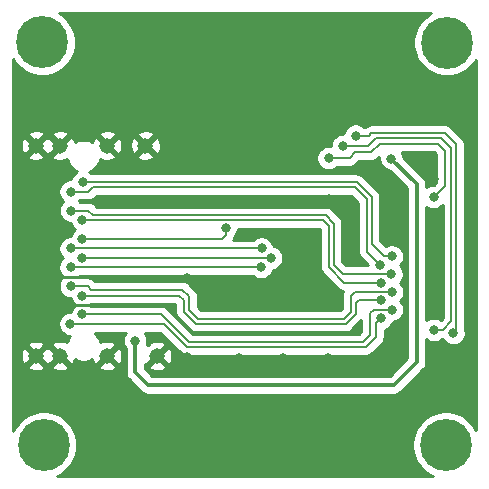
<source format=gbr>
%TF.GenerationSoftware,KiCad,Pcbnew,5.1.10-88a1d61d58~88~ubuntu18.04.1*%
%TF.CreationDate,2021-08-07T17:00:25+07:00*%
%TF.ProjectId,MX8Mx_EVK_MIPI_CSI-TEKNIQUE_OCLEA_OS08A20-ADAPTER,4d58384d-785f-4455-964b-5f4d4950495f,rev?*%
%TF.SameCoordinates,Original*%
%TF.FileFunction,Copper,L2,Bot*%
%TF.FilePolarity,Positive*%
%FSLAX46Y46*%
G04 Gerber Fmt 4.6, Leading zero omitted, Abs format (unit mm)*
G04 Created by KiCad (PCBNEW 5.1.10-88a1d61d58~88~ubuntu18.04.1) date 2021-08-07 17:00:25*
%MOMM*%
%LPD*%
G01*
G04 APERTURE LIST*
%TA.AperFunction,ComponentPad*%
%ADD10C,4.400000*%
%TD*%
%TA.AperFunction,ComponentPad*%
%ADD11C,1.308000*%
%TD*%
%TA.AperFunction,ViaPad*%
%ADD12C,0.800000*%
%TD*%
%TA.AperFunction,Conductor*%
%ADD13C,0.250000*%
%TD*%
%TA.AperFunction,Conductor*%
%ADD14C,0.200000*%
%TD*%
%TA.AperFunction,Conductor*%
%ADD15C,0.350000*%
%TD*%
%TA.AperFunction,Conductor*%
%ADD16C,0.254000*%
%TD*%
%TA.AperFunction,Conductor*%
%ADD17C,0.100000*%
%TD*%
G04 APERTURE END LIST*
D10*
%TO.P,H4,1*%
%TO.N,N/C*%
X139646660Y-79181960D03*
%TD*%
%TO.P,H3,1*%
%TO.N,N/C*%
X139552680Y-113235740D03*
%TD*%
%TO.P,H2,1*%
%TO.N,N/C*%
X105514140Y-113238280D03*
%TD*%
%TO.P,H1,1*%
%TO.N,N/C*%
X105389680Y-79164180D03*
%TD*%
D11*
%TO.P,J1,S1*%
%TO.N,GND*%
X114119400Y-87893500D03*
%TO.P,J1,S2*%
X110879400Y-87893500D03*
%TO.P,J1,S3*%
X106879400Y-87893500D03*
%TO.P,J1,S4*%
X104849400Y-87893500D03*
%TO.P,J1,S5*%
X115119400Y-105693500D03*
%TO.P,J1,S6*%
X110879400Y-105693500D03*
%TO.P,J1,S7*%
X106879400Y-105693500D03*
%TO.P,J1,S8*%
X104849400Y-105693500D03*
%TD*%
D12*
%TO.N,GND*%
X104129840Y-95011240D03*
X104140000Y-92608400D03*
X104109520Y-99024440D03*
X104091740Y-103794560D03*
X104140000Y-90703400D03*
X104096820Y-101396800D03*
X124536200Y-89052400D03*
X117652800Y-89052400D03*
X115671600Y-89789000D03*
X125831600Y-99072700D03*
X129628900Y-92430600D03*
X138546840Y-90754200D03*
X138630660Y-99783900D03*
X138572240Y-96784160D03*
X138602720Y-98277680D03*
X138617960Y-101279960D03*
X117690900Y-92583000D03*
X117614700Y-99072700D03*
X125768100Y-105918000D03*
X129565400Y-105905300D03*
X117716300Y-83553300D03*
X122110500Y-83527900D03*
X122008900Y-105879900D03*
X125755400Y-83540600D03*
X129590800Y-83540600D03*
X133388100Y-83540600D03*
X133578600Y-105892600D03*
X117678200Y-105803700D03*
X132105400Y-103479600D03*
X129527300Y-101536500D03*
X122008900Y-101561900D03*
%TO.N,/CSI_DN0__SD_LVDS0_N*%
X134975600Y-97282000D03*
X108839400Y-90993500D03*
%TO.N,/CSI_DP0__SD_LVDS0_P*%
X134002780Y-98010980D03*
X107789400Y-91793500D03*
%TO.N,/CSI_DN1__SD_LVDS1_N*%
X134950200Y-98780600D03*
X107820460Y-93395800D03*
%TO.N,/CSI_DP1__SD_LVDS1_P*%
X134030720Y-99509580D03*
X108789400Y-94193500D03*
%TO.N,/CSI_nRST_1V8*%
X123957080Y-96593660D03*
X107789400Y-96593500D03*
%TO.N,/I2C_SDA_1V8*%
X124752100Y-97393760D03*
X108789400Y-97393500D03*
%TO.N,/I2C_SCL_1V8*%
X123916440Y-98176080D03*
X107789400Y-98193500D03*
%TO.N,/CSI_DN2__SD_LVDS2_N*%
X134975600Y-100279200D03*
X107797600Y-99794060D03*
%TO.N,/CSI_DP2__SD_LVDS2_P*%
X134053580Y-101013260D03*
X108789400Y-100593500D03*
%TO.N,/CSI_DN3__SD_LVDS3_N*%
X134975600Y-101777800D03*
X108789400Y-102193500D03*
%TO.N,/CSI_DP3__SD_LVDS3_P*%
X134048500Y-102511860D03*
X107772200Y-102997000D03*
%TO.N,/CSI_CLK_N__SPCLK_LVDS0_N*%
X138551920Y-103489760D03*
X130825240Y-87939880D03*
%TO.N,/CSI_CLK_P__SPCLK_LVDS0_P*%
X140187680Y-103784400D03*
X131907280Y-87045800D03*
%TO.N,+5V*%
X134937500Y-89001600D03*
X113253520Y-104404160D03*
%TO.N,/CLK_SI_3V3*%
X129626360Y-88950800D03*
X138516360Y-92232480D03*
%TO.N,/CSI_MCLK_1V8*%
X120904000Y-94907100D03*
X108789400Y-95793500D03*
%TD*%
D13*
%TO.N,GND*%
X129525100Y-92593500D02*
X129578100Y-92646500D01*
X117794700Y-92593500D02*
X129525100Y-92593500D01*
X115671600Y-89445700D02*
X115671600Y-89789000D01*
X114119400Y-87893500D02*
X115671600Y-89445700D01*
X104140760Y-101393500D02*
X104096820Y-101437440D01*
X107789400Y-101393500D02*
X104100120Y-101393500D01*
X115312700Y-101393500D02*
X107789400Y-101393500D01*
X118148100Y-103797100D02*
X131445000Y-103797100D01*
X115744500Y-101393500D02*
X118148100Y-103797100D01*
X104100120Y-101393500D02*
X104096820Y-101396800D01*
X115744500Y-101393500D02*
X104100120Y-101393500D01*
X131445000Y-103797100D02*
X131724400Y-103517700D01*
X117642640Y-99024440D02*
X117741700Y-99123500D01*
X104109520Y-99024440D02*
X117642640Y-99024440D01*
D14*
%TO.N,/CSI_DN0__SD_LVDS0_N*%
X133280110Y-92277611D02*
X131995999Y-90993500D01*
X131995999Y-90993500D02*
X108839400Y-90993500D01*
X134315120Y-97282000D02*
X133280110Y-96246990D01*
X134975600Y-97282000D02*
X134315120Y-97282000D01*
X133280110Y-96246990D02*
X133280110Y-92277611D01*
%TO.N,/CSI_DP0__SD_LVDS0_P*%
X109298300Y-91793500D02*
X109698290Y-91393510D01*
X107789400Y-91793500D02*
X109298300Y-91793500D01*
X109698290Y-91393510D02*
X131830310Y-91393510D01*
X131830310Y-91393510D02*
X132880100Y-92443300D01*
X132880100Y-96888300D02*
X132880100Y-96748600D01*
X134002780Y-98010980D02*
X132880100Y-96888300D01*
X132880100Y-92443300D02*
X132880100Y-96748600D01*
%TO.N,/CSI_DN1__SD_LVDS1_N*%
X109693890Y-93793490D02*
X109296200Y-93395800D01*
X129391590Y-93793490D02*
X109693890Y-93793490D01*
X130022600Y-94455701D02*
X130022600Y-94424500D01*
X109296200Y-93395800D02*
X107820460Y-93395800D01*
X130022600Y-94424500D02*
X129391590Y-93793490D01*
X130067010Y-94500111D02*
X130022600Y-94455701D01*
X130809920Y-98780600D02*
X130067010Y-98037690D01*
X134950200Y-98780600D02*
X130809920Y-98780600D01*
X130067010Y-98037690D02*
X130067010Y-94500111D01*
%TO.N,/CSI_DP1__SD_LVDS1_P*%
X129194700Y-94193500D02*
X108789400Y-94193500D01*
X129667000Y-94665800D02*
X129194700Y-94193500D01*
X129667000Y-98203379D02*
X129667000Y-94665800D01*
X134030720Y-99509580D02*
X130973201Y-99509580D01*
X130973201Y-99509580D02*
X129667000Y-98203379D01*
D13*
%TO.N,/CSI_nRST_1V8*%
X107839400Y-96643500D02*
X107789400Y-96593500D01*
D14*
X123956920Y-96593500D02*
X123957080Y-96593660D01*
X107789400Y-96593500D02*
X123956920Y-96593500D01*
%TO.N,/I2C_SDA_1V8*%
X108789400Y-97393500D02*
X124739660Y-97393500D01*
%TO.N,/I2C_SCL_1V8*%
X107789760Y-98193860D02*
X107789400Y-98193500D01*
X107789400Y-98193500D02*
X123815200Y-98193500D01*
%TO.N,/CSI_DN2__SD_LVDS2_N*%
X130934099Y-102568101D02*
X131483100Y-102019100D01*
X118538899Y-102568101D02*
X130934099Y-102568101D01*
X107797600Y-99794060D02*
X109242860Y-99794060D01*
X117814999Y-100644599D02*
X117814999Y-101844201D01*
X131483100Y-100647500D02*
X131851400Y-100279200D01*
X109242860Y-99794060D02*
X109533459Y-100084659D01*
X117255059Y-100084659D02*
X117814999Y-100644599D01*
X131851400Y-100279200D02*
X134975600Y-100279200D01*
X131483100Y-102019100D02*
X131483100Y-100647500D01*
X109533459Y-100084659D02*
X117255059Y-100084659D01*
X117814999Y-101844201D02*
X118538899Y-102568101D01*
%TO.N,/CSI_DP2__SD_LVDS2_P*%
X131946690Y-101250710D02*
X132184140Y-101013260D01*
X131946690Y-102121208D02*
X131946690Y-101250710D01*
X131099788Y-102968111D02*
X131946690Y-102121208D01*
X117373400Y-101968300D02*
X118373211Y-102968111D01*
X132184140Y-101013260D02*
X134053580Y-101013260D01*
X116989200Y-100593500D02*
X117373400Y-100977700D01*
X118373211Y-102968111D02*
X131099788Y-102968111D01*
X117373400Y-100977700D02*
X117373400Y-101968300D01*
X108789400Y-100593500D02*
X116989200Y-100593500D01*
%TO.N,/CSI_DN3__SD_LVDS3_N*%
X133464300Y-101777800D02*
X134975600Y-101777800D01*
X133146800Y-103936800D02*
X132518110Y-104565490D01*
X133146800Y-102095300D02*
X133464300Y-101777800D01*
X133146800Y-102095300D02*
X133146800Y-103936800D01*
X115459198Y-102193500D02*
X108789400Y-102193500D01*
X117831188Y-104565490D02*
X115459198Y-102193500D01*
X132518110Y-104565490D02*
X117831188Y-104565490D01*
%TO.N,/CSI_DP3__SD_LVDS3_P*%
X133634480Y-102925880D02*
X133634480Y-104134920D01*
X133634480Y-102925880D02*
X134048500Y-102511860D01*
X133634480Y-104134920D02*
X132803900Y-104965500D01*
X132803900Y-104965500D02*
X117665500Y-104965500D01*
X115697000Y-102997000D02*
X115646200Y-102997000D01*
X117665500Y-104965500D02*
X115697000Y-102997000D01*
X107772200Y-102997000D02*
X115646200Y-102997000D01*
%TO.N,/CSI_CLK_N__SPCLK_LVDS0_N*%
X132923280Y-87939880D02*
X130825240Y-87939880D01*
X139298680Y-103489760D02*
X140014960Y-102773480D01*
X133629400Y-87233760D02*
X132923280Y-87939880D01*
X138551920Y-103489760D02*
X139298680Y-103489760D01*
X140014960Y-102773480D02*
X140014960Y-88061800D01*
X140014960Y-88061800D02*
X139186920Y-87233760D01*
X139186920Y-87233760D02*
X133629400Y-87233760D01*
%TO.N,/CSI_CLK_P__SPCLK_LVDS0_P*%
X133259870Y-86833750D02*
X133047820Y-87045800D01*
X140414970Y-87786170D02*
X139462550Y-86833750D01*
X133047820Y-87045800D02*
X131907280Y-87045800D01*
X139462550Y-86833750D02*
X133259870Y-86833750D01*
X140187680Y-103784400D02*
X140414970Y-103557110D01*
X140414970Y-103557110D02*
X140414970Y-87786170D01*
D15*
%TO.N,+5V*%
X137083800Y-106250740D02*
X135130540Y-108204000D01*
X137083800Y-91147900D02*
X137083800Y-106250740D01*
X137083800Y-91147900D02*
X134937500Y-89001600D01*
X113253520Y-107096560D02*
X114360960Y-108204000D01*
X113253520Y-104404160D02*
X113253520Y-107096560D01*
X114360960Y-108204000D02*
X135130540Y-108204000D01*
D14*
%TO.N,/CLK_SI_3V3*%
X139471400Y-91277440D02*
X138516360Y-92232480D01*
X133964680Y-87741760D02*
X138892280Y-87741760D01*
X131902200Y-88468200D02*
X133238240Y-88468200D01*
X129626360Y-88950800D02*
X131419600Y-88950800D01*
X133238240Y-88468200D02*
X133964680Y-87741760D01*
X139471400Y-88320880D02*
X139471400Y-91277440D01*
X131419600Y-88950800D02*
X131902200Y-88468200D01*
X138892280Y-87741760D02*
X139471400Y-88320880D01*
%TO.N,/CSI_MCLK_1V8*%
X120904000Y-95504000D02*
X120904000Y-94907100D01*
X108789400Y-95793500D02*
X120614500Y-95793500D01*
X120614500Y-95793500D02*
X120904000Y-95504000D01*
%TD*%
D16*
%TO.N,GND*%
X138262444Y-76697239D02*
X137839453Y-76979872D01*
X137444572Y-77374753D01*
X137134316Y-77839084D01*
X136920608Y-78355021D01*
X136811660Y-78902737D01*
X136811660Y-79461183D01*
X136920608Y-80008899D01*
X137134316Y-80524836D01*
X137444572Y-80989167D01*
X137839453Y-81384048D01*
X138303784Y-81694304D01*
X138819721Y-81908012D01*
X139367437Y-82016960D01*
X139925883Y-82016960D01*
X140473599Y-81908012D01*
X140989536Y-81694304D01*
X141453867Y-81384048D01*
X141848748Y-80989167D01*
X142088000Y-80631101D01*
X142088001Y-111948335D01*
X142065024Y-111892864D01*
X141754768Y-111428533D01*
X141359887Y-111033652D01*
X140895556Y-110723396D01*
X140379619Y-110509688D01*
X139831903Y-110400740D01*
X139273457Y-110400740D01*
X138725741Y-110509688D01*
X138209804Y-110723396D01*
X137745473Y-111033652D01*
X137350592Y-111428533D01*
X137040336Y-111892864D01*
X136826628Y-112408801D01*
X136717680Y-112956517D01*
X136717680Y-113514963D01*
X136826628Y-114062679D01*
X137040336Y-114578616D01*
X137350592Y-115042947D01*
X137745473Y-115437828D01*
X138209804Y-115748084D01*
X138479897Y-115859960D01*
X106593055Y-115859960D01*
X106857016Y-115750624D01*
X107321347Y-115440368D01*
X107716228Y-115045487D01*
X108026484Y-114581156D01*
X108240192Y-114065219D01*
X108349140Y-113517503D01*
X108349140Y-112959057D01*
X108240192Y-112411341D01*
X108026484Y-111895404D01*
X107716228Y-111431073D01*
X107321347Y-111036192D01*
X106857016Y-110725936D01*
X106341079Y-110512228D01*
X105793363Y-110403280D01*
X105234917Y-110403280D01*
X104687201Y-110512228D01*
X104171264Y-110725936D01*
X103706933Y-111036192D01*
X103312052Y-111431073D01*
X103001796Y-111895404D01*
X102920579Y-112091478D01*
X102921398Y-106581887D01*
X104140618Y-106581887D01*
X104194493Y-106810968D01*
X104425084Y-106917263D01*
X104671981Y-106976528D01*
X104925696Y-106986488D01*
X105176479Y-106946759D01*
X105414693Y-106858868D01*
X105504307Y-106810968D01*
X105558182Y-106581887D01*
X106170618Y-106581887D01*
X106224493Y-106810968D01*
X106455084Y-106917263D01*
X106701981Y-106976528D01*
X106955696Y-106986488D01*
X107206479Y-106946759D01*
X107444693Y-106858868D01*
X107534307Y-106810968D01*
X107588182Y-106581887D01*
X110170618Y-106581887D01*
X110224493Y-106810968D01*
X110455084Y-106917263D01*
X110701981Y-106976528D01*
X110955696Y-106986488D01*
X111206479Y-106946759D01*
X111444693Y-106858868D01*
X111534307Y-106810968D01*
X111588182Y-106581887D01*
X110879400Y-105873105D01*
X110170618Y-106581887D01*
X107588182Y-106581887D01*
X106879400Y-105873105D01*
X106170618Y-106581887D01*
X105558182Y-106581887D01*
X104849400Y-105873105D01*
X104140618Y-106581887D01*
X102921398Y-106581887D01*
X102921519Y-105769796D01*
X103556412Y-105769796D01*
X103596141Y-106020579D01*
X103684032Y-106258793D01*
X103731932Y-106348407D01*
X103961013Y-106402282D01*
X104669795Y-105693500D01*
X105029005Y-105693500D01*
X105737787Y-106402282D01*
X105864400Y-106372505D01*
X105991013Y-106402282D01*
X106699795Y-105693500D01*
X105991013Y-104984718D01*
X105864400Y-105014495D01*
X105737787Y-104984718D01*
X105029005Y-105693500D01*
X104669795Y-105693500D01*
X103961013Y-104984718D01*
X103731932Y-105038593D01*
X103625637Y-105269184D01*
X103566372Y-105516081D01*
X103556412Y-105769796D01*
X102921519Y-105769796D01*
X102921662Y-104805113D01*
X104140618Y-104805113D01*
X104849400Y-105513895D01*
X105558182Y-104805113D01*
X105504307Y-104576032D01*
X105273716Y-104469737D01*
X105026819Y-104410472D01*
X104773104Y-104400512D01*
X104522321Y-104440241D01*
X104284107Y-104528132D01*
X104194493Y-104576032D01*
X104140618Y-104805113D01*
X102921662Y-104805113D01*
X102924044Y-88781887D01*
X104140618Y-88781887D01*
X104194493Y-89010968D01*
X104425084Y-89117263D01*
X104671981Y-89176528D01*
X104925696Y-89186488D01*
X105176479Y-89146759D01*
X105414693Y-89058868D01*
X105504307Y-89010968D01*
X105558182Y-88781887D01*
X106170618Y-88781887D01*
X106224493Y-89010968D01*
X106455084Y-89117263D01*
X106701981Y-89176528D01*
X106955696Y-89186488D01*
X107206479Y-89146759D01*
X107444693Y-89058868D01*
X107489769Y-89034774D01*
X107523586Y-89204782D01*
X107629875Y-89461385D01*
X107784182Y-89692322D01*
X107980578Y-89888718D01*
X108211515Y-90043025D01*
X108327213Y-90090949D01*
X108179626Y-90189563D01*
X108035463Y-90333726D01*
X107922195Y-90503244D01*
X107844174Y-90691602D01*
X107830867Y-90758500D01*
X107687461Y-90758500D01*
X107487502Y-90798274D01*
X107299144Y-90876295D01*
X107129626Y-90989563D01*
X106985463Y-91133726D01*
X106872195Y-91303244D01*
X106794174Y-91491602D01*
X106754400Y-91691561D01*
X106754400Y-91895439D01*
X106794174Y-92095398D01*
X106872195Y-92283756D01*
X106985463Y-92453274D01*
X107129626Y-92597437D01*
X107144904Y-92607645D01*
X107016523Y-92736026D01*
X106903255Y-92905544D01*
X106825234Y-93093902D01*
X106785460Y-93293861D01*
X106785460Y-93497739D01*
X106825234Y-93697698D01*
X106903255Y-93886056D01*
X107016523Y-94055574D01*
X107160686Y-94199737D01*
X107330204Y-94313005D01*
X107518562Y-94391026D01*
X107718521Y-94430800D01*
X107781325Y-94430800D01*
X107794174Y-94495398D01*
X107872195Y-94683756D01*
X107985463Y-94853274D01*
X108125689Y-94993500D01*
X107985463Y-95133726D01*
X107872195Y-95303244D01*
X107794174Y-95491602D01*
X107780867Y-95558500D01*
X107687461Y-95558500D01*
X107487502Y-95598274D01*
X107299144Y-95676295D01*
X107129626Y-95789563D01*
X106985463Y-95933726D01*
X106872195Y-96103244D01*
X106794174Y-96291602D01*
X106754400Y-96491561D01*
X106754400Y-96695439D01*
X106794174Y-96895398D01*
X106872195Y-97083756D01*
X106985463Y-97253274D01*
X107125689Y-97393500D01*
X106985463Y-97533726D01*
X106872195Y-97703244D01*
X106794174Y-97891602D01*
X106754400Y-98091561D01*
X106754400Y-98295439D01*
X106794174Y-98495398D01*
X106872195Y-98683756D01*
X106985463Y-98853274D01*
X107129626Y-98997437D01*
X107130157Y-98997792D01*
X106993663Y-99134286D01*
X106880395Y-99303804D01*
X106802374Y-99492162D01*
X106762600Y-99692121D01*
X106762600Y-99895999D01*
X106802374Y-100095958D01*
X106880395Y-100284316D01*
X106993663Y-100453834D01*
X107137826Y-100597997D01*
X107307344Y-100711265D01*
X107495702Y-100789286D01*
X107695661Y-100829060D01*
X107780979Y-100829060D01*
X107794174Y-100895398D01*
X107872195Y-101083756D01*
X107985463Y-101253274D01*
X108125689Y-101393500D01*
X107985463Y-101533726D01*
X107872195Y-101703244D01*
X107794174Y-101891602D01*
X107780171Y-101962000D01*
X107670261Y-101962000D01*
X107470302Y-102001774D01*
X107281944Y-102079795D01*
X107112426Y-102193063D01*
X106968263Y-102337226D01*
X106854995Y-102506744D01*
X106776974Y-102695102D01*
X106737200Y-102895061D01*
X106737200Y-103098939D01*
X106776974Y-103298898D01*
X106854995Y-103487256D01*
X106968263Y-103656774D01*
X107112426Y-103800937D01*
X107281944Y-103914205D01*
X107470302Y-103992226D01*
X107670261Y-104032000D01*
X107692426Y-104032000D01*
X107629875Y-104125615D01*
X107523586Y-104382218D01*
X107489172Y-104555226D01*
X107303716Y-104469737D01*
X107056819Y-104410472D01*
X106803104Y-104400512D01*
X106552321Y-104440241D01*
X106314107Y-104528132D01*
X106224493Y-104576032D01*
X106170618Y-104805113D01*
X106879400Y-105513895D01*
X106893543Y-105499753D01*
X107073148Y-105679358D01*
X107059005Y-105693500D01*
X107767787Y-106402282D01*
X107996868Y-106348407D01*
X108103163Y-106117816D01*
X108133611Y-105990971D01*
X108211515Y-106043025D01*
X108468118Y-106149314D01*
X108740527Y-106203500D01*
X109018273Y-106203500D01*
X109290682Y-106149314D01*
X109547285Y-106043025D01*
X109621808Y-105993230D01*
X109626141Y-106020579D01*
X109714032Y-106258793D01*
X109761932Y-106348407D01*
X109991013Y-106402282D01*
X110699795Y-105693500D01*
X111059005Y-105693500D01*
X111767787Y-106402282D01*
X111996868Y-106348407D01*
X112103163Y-106117816D01*
X112162428Y-105870919D01*
X112172388Y-105617204D01*
X112132659Y-105366421D01*
X112044768Y-105128207D01*
X111996868Y-105038593D01*
X111767787Y-104984718D01*
X111059005Y-105693500D01*
X110699795Y-105693500D01*
X110685653Y-105679358D01*
X110865258Y-105499753D01*
X110879400Y-105513895D01*
X111588182Y-104805113D01*
X111534307Y-104576032D01*
X111303716Y-104469737D01*
X111056819Y-104410472D01*
X110803104Y-104400512D01*
X110552321Y-104440241D01*
X110314107Y-104528132D01*
X110269031Y-104552226D01*
X110235214Y-104382218D01*
X110128925Y-104125615D01*
X109974618Y-103894678D01*
X109811940Y-103732000D01*
X112461969Y-103732000D01*
X112449583Y-103744386D01*
X112336315Y-103913904D01*
X112258294Y-104102262D01*
X112218520Y-104302221D01*
X112218520Y-104506099D01*
X112258294Y-104706058D01*
X112336315Y-104894416D01*
X112443520Y-105054860D01*
X112443521Y-107056762D01*
X112439601Y-107096560D01*
X112455241Y-107255347D01*
X112501558Y-107408033D01*
X112576771Y-107548749D01*
X112632372Y-107616499D01*
X112677993Y-107672088D01*
X112708903Y-107697455D01*
X113760065Y-108748618D01*
X113785432Y-108779528D01*
X113816340Y-108804893D01*
X113908771Y-108880749D01*
X114049486Y-108955963D01*
X114085023Y-108966743D01*
X114202172Y-109002280D01*
X114321169Y-109014000D01*
X114321172Y-109014000D01*
X114360960Y-109017919D01*
X114400748Y-109014000D01*
X135090752Y-109014000D01*
X135130540Y-109017919D01*
X135170328Y-109014000D01*
X135170331Y-109014000D01*
X135289328Y-109002280D01*
X135442013Y-108955963D01*
X135582729Y-108880749D01*
X135706068Y-108779528D01*
X135731439Y-108748613D01*
X137628418Y-106851635D01*
X137659328Y-106826268D01*
X137760549Y-106702929D01*
X137835763Y-106562213D01*
X137882080Y-106409528D01*
X137893800Y-106290531D01*
X137893800Y-106290528D01*
X137897719Y-106250740D01*
X137893800Y-106210952D01*
X137893800Y-104294802D01*
X138061664Y-104406965D01*
X138250022Y-104484986D01*
X138449981Y-104524760D01*
X138653859Y-104524760D01*
X138853818Y-104484986D01*
X139042176Y-104406965D01*
X139211694Y-104293697D01*
X139258835Y-104246556D01*
X139270475Y-104274656D01*
X139383743Y-104444174D01*
X139527906Y-104588337D01*
X139697424Y-104701605D01*
X139885782Y-104779626D01*
X140085741Y-104819400D01*
X140289619Y-104819400D01*
X140489578Y-104779626D01*
X140677936Y-104701605D01*
X140847454Y-104588337D01*
X140991617Y-104444174D01*
X141104885Y-104274656D01*
X141182906Y-104086298D01*
X141222680Y-103886339D01*
X141222680Y-103682461D01*
X141182906Y-103482502D01*
X141149970Y-103402988D01*
X141149970Y-87822264D01*
X141153525Y-87786169D01*
X141149970Y-87750074D01*
X141149970Y-87750065D01*
X141139335Y-87642085D01*
X141097307Y-87503537D01*
X141029057Y-87375850D01*
X140937208Y-87263932D01*
X140909163Y-87240916D01*
X140007808Y-86339562D01*
X139984788Y-86311512D01*
X139872870Y-86219663D01*
X139745183Y-86151413D01*
X139606635Y-86109385D01*
X139498655Y-86098750D01*
X139462550Y-86095194D01*
X139426445Y-86098750D01*
X133295975Y-86098750D01*
X133259870Y-86095194D01*
X133115784Y-86109385D01*
X133083538Y-86119167D01*
X132977237Y-86151413D01*
X132849550Y-86219663D01*
X132738500Y-86310800D01*
X132635991Y-86310800D01*
X132567054Y-86241863D01*
X132397536Y-86128595D01*
X132209178Y-86050574D01*
X132009219Y-86010800D01*
X131805341Y-86010800D01*
X131605382Y-86050574D01*
X131417024Y-86128595D01*
X131247506Y-86241863D01*
X131103343Y-86386026D01*
X130990075Y-86555544D01*
X130912054Y-86743902D01*
X130880034Y-86904880D01*
X130723301Y-86904880D01*
X130523342Y-86944654D01*
X130334984Y-87022675D01*
X130165466Y-87135943D01*
X130021303Y-87280106D01*
X129908035Y-87449624D01*
X129830014Y-87637982D01*
X129790240Y-87837941D01*
X129790240Y-87928121D01*
X129728299Y-87915800D01*
X129524421Y-87915800D01*
X129324462Y-87955574D01*
X129136104Y-88033595D01*
X128966586Y-88146863D01*
X128822423Y-88291026D01*
X128709155Y-88460544D01*
X128631134Y-88648902D01*
X128591360Y-88848861D01*
X128591360Y-89052739D01*
X128631134Y-89252698D01*
X128709155Y-89441056D01*
X128822423Y-89610574D01*
X128966586Y-89754737D01*
X129136104Y-89868005D01*
X129324462Y-89946026D01*
X129524421Y-89985800D01*
X129728299Y-89985800D01*
X129928258Y-89946026D01*
X130116616Y-89868005D01*
X130286134Y-89754737D01*
X130355071Y-89685800D01*
X131383495Y-89685800D01*
X131419600Y-89689356D01*
X131455705Y-89685800D01*
X131563685Y-89675165D01*
X131702233Y-89633137D01*
X131829920Y-89564887D01*
X131941838Y-89473038D01*
X131964859Y-89444987D01*
X132206646Y-89203200D01*
X133202135Y-89203200D01*
X133238240Y-89206756D01*
X133274345Y-89203200D01*
X133382325Y-89192565D01*
X133520873Y-89150537D01*
X133648560Y-89082287D01*
X133760478Y-88990438D01*
X133783498Y-88962388D01*
X133916473Y-88829413D01*
X133902500Y-88899661D01*
X133902500Y-89103539D01*
X133942274Y-89303498D01*
X134020295Y-89491856D01*
X134133563Y-89661374D01*
X134277726Y-89805537D01*
X134447244Y-89918805D01*
X134635602Y-89996826D01*
X134824859Y-90034471D01*
X136273800Y-91483413D01*
X136273801Y-105915226D01*
X134795028Y-107394000D01*
X114696473Y-107394000D01*
X114063520Y-106761048D01*
X114063520Y-106581887D01*
X114410618Y-106581887D01*
X114464493Y-106810968D01*
X114695084Y-106917263D01*
X114941981Y-106976528D01*
X115195696Y-106986488D01*
X115446479Y-106946759D01*
X115684693Y-106858868D01*
X115774307Y-106810968D01*
X115828182Y-106581887D01*
X115119400Y-105873105D01*
X114410618Y-106581887D01*
X114063520Y-106581887D01*
X114063520Y-106362891D01*
X114231013Y-106402282D01*
X114939795Y-105693500D01*
X115299005Y-105693500D01*
X116007787Y-106402282D01*
X116236868Y-106348407D01*
X116343163Y-106117816D01*
X116402428Y-105870919D01*
X116412388Y-105617204D01*
X116372659Y-105366421D01*
X116284768Y-105128207D01*
X116236868Y-105038593D01*
X116007787Y-104984718D01*
X115299005Y-105693500D01*
X114939795Y-105693500D01*
X114925653Y-105679358D01*
X115105258Y-105499753D01*
X115119400Y-105513895D01*
X115828182Y-104805113D01*
X115774307Y-104576032D01*
X115543716Y-104469737D01*
X115296819Y-104410472D01*
X115043104Y-104400512D01*
X114792321Y-104440241D01*
X114554107Y-104528132D01*
X114464493Y-104576032D01*
X114410619Y-104805111D01*
X114293768Y-104688260D01*
X114229495Y-104752533D01*
X114248746Y-104706058D01*
X114288520Y-104506099D01*
X114288520Y-104302221D01*
X114248746Y-104102262D01*
X114170725Y-103913904D01*
X114057457Y-103744386D01*
X114045071Y-103732000D01*
X115392554Y-103732000D01*
X117120246Y-105459693D01*
X117143262Y-105487738D01*
X117255180Y-105579587D01*
X117382867Y-105647837D01*
X117521415Y-105689865D01*
X117629395Y-105700500D01*
X117629404Y-105700500D01*
X117665499Y-105704055D01*
X117701594Y-105700500D01*
X132767795Y-105700500D01*
X132803900Y-105704056D01*
X132840005Y-105700500D01*
X132947985Y-105689865D01*
X133086533Y-105647837D01*
X133214220Y-105579587D01*
X133326138Y-105487738D01*
X133349158Y-105459688D01*
X134128673Y-104680174D01*
X134156718Y-104657158D01*
X134248567Y-104545240D01*
X134269488Y-104506099D01*
X134316817Y-104417554D01*
X134358845Y-104279005D01*
X134373036Y-104134920D01*
X134369480Y-104098815D01*
X134369480Y-103499182D01*
X134538756Y-103429065D01*
X134708274Y-103315797D01*
X134852437Y-103171634D01*
X134965705Y-103002116D01*
X135043726Y-102813758D01*
X135043917Y-102812800D01*
X135077539Y-102812800D01*
X135277498Y-102773026D01*
X135465856Y-102695005D01*
X135635374Y-102581737D01*
X135779537Y-102437574D01*
X135892805Y-102268056D01*
X135970826Y-102079698D01*
X136010600Y-101879739D01*
X136010600Y-101675861D01*
X135970826Y-101475902D01*
X135892805Y-101287544D01*
X135779537Y-101118026D01*
X135690011Y-101028500D01*
X135779537Y-100938974D01*
X135892805Y-100769456D01*
X135970826Y-100581098D01*
X136010600Y-100381139D01*
X136010600Y-100177261D01*
X135970826Y-99977302D01*
X135892805Y-99788944D01*
X135779537Y-99619426D01*
X135677311Y-99517200D01*
X135754137Y-99440374D01*
X135867405Y-99270856D01*
X135945426Y-99082498D01*
X135985200Y-98882539D01*
X135985200Y-98678661D01*
X135945426Y-98478702D01*
X135867405Y-98290344D01*
X135754137Y-98120826D01*
X135677311Y-98044000D01*
X135779537Y-97941774D01*
X135892805Y-97772256D01*
X135970826Y-97583898D01*
X136010600Y-97383939D01*
X136010600Y-97180061D01*
X135970826Y-96980102D01*
X135892805Y-96791744D01*
X135779537Y-96622226D01*
X135635374Y-96478063D01*
X135465856Y-96364795D01*
X135277498Y-96286774D01*
X135077539Y-96247000D01*
X134873661Y-96247000D01*
X134673702Y-96286774D01*
X134485344Y-96364795D01*
X134456581Y-96384014D01*
X134015110Y-95942544D01*
X134015110Y-92313707D01*
X134018665Y-92277610D01*
X134015110Y-92241513D01*
X134015110Y-92241506D01*
X134004475Y-92133526D01*
X134002954Y-92128510D01*
X133973975Y-92032981D01*
X133962447Y-91994978D01*
X133894197Y-91867291D01*
X133802348Y-91755373D01*
X133774303Y-91732357D01*
X132541257Y-90499312D01*
X132518237Y-90471262D01*
X132406319Y-90379413D01*
X132278632Y-90311163D01*
X132140084Y-90269135D01*
X132032104Y-90258500D01*
X131995999Y-90254944D01*
X131959894Y-90258500D01*
X109568111Y-90258500D01*
X109499174Y-90189563D01*
X109382202Y-90111405D01*
X109547285Y-90043025D01*
X109778222Y-89888718D01*
X109974618Y-89692322D01*
X110128925Y-89461385D01*
X110235214Y-89204782D01*
X110269628Y-89031774D01*
X110455084Y-89117263D01*
X110701981Y-89176528D01*
X110955696Y-89186488D01*
X111206479Y-89146759D01*
X111444693Y-89058868D01*
X111534307Y-89010968D01*
X111588182Y-88781887D01*
X113410618Y-88781887D01*
X113464493Y-89010968D01*
X113695084Y-89117263D01*
X113941981Y-89176528D01*
X114195696Y-89186488D01*
X114446479Y-89146759D01*
X114684693Y-89058868D01*
X114774307Y-89010968D01*
X114828182Y-88781887D01*
X114119400Y-88073105D01*
X113410618Y-88781887D01*
X111588182Y-88781887D01*
X110879400Y-88073105D01*
X110865258Y-88087248D01*
X110685653Y-87907643D01*
X110699795Y-87893500D01*
X111059005Y-87893500D01*
X111767787Y-88602282D01*
X111996868Y-88548407D01*
X112103163Y-88317816D01*
X112162428Y-88070919D01*
X112166397Y-87969796D01*
X112826412Y-87969796D01*
X112866141Y-88220579D01*
X112954032Y-88458793D01*
X113001932Y-88548407D01*
X113231013Y-88602282D01*
X113939795Y-87893500D01*
X114299005Y-87893500D01*
X115007787Y-88602282D01*
X115236868Y-88548407D01*
X115343163Y-88317816D01*
X115402428Y-88070919D01*
X115412388Y-87817204D01*
X115372659Y-87566421D01*
X115284768Y-87328207D01*
X115236868Y-87238593D01*
X115007787Y-87184718D01*
X114299005Y-87893500D01*
X113939795Y-87893500D01*
X113231013Y-87184718D01*
X113001932Y-87238593D01*
X112895637Y-87469184D01*
X112836372Y-87716081D01*
X112826412Y-87969796D01*
X112166397Y-87969796D01*
X112172388Y-87817204D01*
X112132659Y-87566421D01*
X112044768Y-87328207D01*
X111996868Y-87238593D01*
X111767787Y-87184718D01*
X111059005Y-87893500D01*
X110699795Y-87893500D01*
X109991013Y-87184718D01*
X109761932Y-87238593D01*
X109655637Y-87469184D01*
X109625189Y-87596029D01*
X109547285Y-87543975D01*
X109290682Y-87437686D01*
X109018273Y-87383500D01*
X108740527Y-87383500D01*
X108468118Y-87437686D01*
X108211515Y-87543975D01*
X108136992Y-87593770D01*
X108132659Y-87566421D01*
X108044768Y-87328207D01*
X107996868Y-87238593D01*
X107767787Y-87184718D01*
X107059005Y-87893500D01*
X107073148Y-87907643D01*
X106893543Y-88087248D01*
X106879400Y-88073105D01*
X106170618Y-88781887D01*
X105558182Y-88781887D01*
X104849400Y-88073105D01*
X104140618Y-88781887D01*
X102924044Y-88781887D01*
X102924165Y-87969796D01*
X103556412Y-87969796D01*
X103596141Y-88220579D01*
X103684032Y-88458793D01*
X103731932Y-88548407D01*
X103961013Y-88602282D01*
X104669795Y-87893500D01*
X105029005Y-87893500D01*
X105737787Y-88602282D01*
X105864400Y-88572505D01*
X105991013Y-88602282D01*
X106699795Y-87893500D01*
X105991013Y-87184718D01*
X105864400Y-87214495D01*
X105737787Y-87184718D01*
X105029005Y-87893500D01*
X104669795Y-87893500D01*
X103961013Y-87184718D01*
X103731932Y-87238593D01*
X103625637Y-87469184D01*
X103566372Y-87716081D01*
X103556412Y-87969796D01*
X102924165Y-87969796D01*
X102924308Y-87005113D01*
X104140618Y-87005113D01*
X104849400Y-87713895D01*
X105558182Y-87005113D01*
X106170618Y-87005113D01*
X106879400Y-87713895D01*
X107588182Y-87005113D01*
X110170618Y-87005113D01*
X110879400Y-87713895D01*
X111588182Y-87005113D01*
X113410618Y-87005113D01*
X114119400Y-87713895D01*
X114828182Y-87005113D01*
X114774307Y-86776032D01*
X114543716Y-86669737D01*
X114296819Y-86610472D01*
X114043104Y-86600512D01*
X113792321Y-86640241D01*
X113554107Y-86728132D01*
X113464493Y-86776032D01*
X113410618Y-87005113D01*
X111588182Y-87005113D01*
X111534307Y-86776032D01*
X111303716Y-86669737D01*
X111056819Y-86610472D01*
X110803104Y-86600512D01*
X110552321Y-86640241D01*
X110314107Y-86728132D01*
X110224493Y-86776032D01*
X110170618Y-87005113D01*
X107588182Y-87005113D01*
X107534307Y-86776032D01*
X107303716Y-86669737D01*
X107056819Y-86610472D01*
X106803104Y-86600512D01*
X106552321Y-86640241D01*
X106314107Y-86728132D01*
X106224493Y-86776032D01*
X106170618Y-87005113D01*
X105558182Y-87005113D01*
X105504307Y-86776032D01*
X105273716Y-86669737D01*
X105026819Y-86610472D01*
X104773104Y-86600512D01*
X104522321Y-86640241D01*
X104284107Y-86728132D01*
X104194493Y-86776032D01*
X104140618Y-87005113D01*
X102924308Y-87005113D01*
X102925265Y-80578787D01*
X103187592Y-80971387D01*
X103582473Y-81366268D01*
X104046804Y-81676524D01*
X104562741Y-81890232D01*
X105110457Y-81999180D01*
X105668903Y-81999180D01*
X106216619Y-81890232D01*
X106732556Y-81676524D01*
X107196887Y-81366268D01*
X107591768Y-80971387D01*
X107902024Y-80507056D01*
X108115732Y-79991119D01*
X108224680Y-79443403D01*
X108224680Y-78884957D01*
X108115732Y-78337241D01*
X107902024Y-77821304D01*
X107591768Y-77356973D01*
X107196887Y-76962092D01*
X106793519Y-76692570D01*
X138262444Y-76697239D01*
%TA.AperFunction,Conductor*%
D17*
G36*
X138262444Y-76697239D02*
G01*
X137839453Y-76979872D01*
X137444572Y-77374753D01*
X137134316Y-77839084D01*
X136920608Y-78355021D01*
X136811660Y-78902737D01*
X136811660Y-79461183D01*
X136920608Y-80008899D01*
X137134316Y-80524836D01*
X137444572Y-80989167D01*
X137839453Y-81384048D01*
X138303784Y-81694304D01*
X138819721Y-81908012D01*
X139367437Y-82016960D01*
X139925883Y-82016960D01*
X140473599Y-81908012D01*
X140989536Y-81694304D01*
X141453867Y-81384048D01*
X141848748Y-80989167D01*
X142088000Y-80631101D01*
X142088001Y-111948335D01*
X142065024Y-111892864D01*
X141754768Y-111428533D01*
X141359887Y-111033652D01*
X140895556Y-110723396D01*
X140379619Y-110509688D01*
X139831903Y-110400740D01*
X139273457Y-110400740D01*
X138725741Y-110509688D01*
X138209804Y-110723396D01*
X137745473Y-111033652D01*
X137350592Y-111428533D01*
X137040336Y-111892864D01*
X136826628Y-112408801D01*
X136717680Y-112956517D01*
X136717680Y-113514963D01*
X136826628Y-114062679D01*
X137040336Y-114578616D01*
X137350592Y-115042947D01*
X137745473Y-115437828D01*
X138209804Y-115748084D01*
X138479897Y-115859960D01*
X106593055Y-115859960D01*
X106857016Y-115750624D01*
X107321347Y-115440368D01*
X107716228Y-115045487D01*
X108026484Y-114581156D01*
X108240192Y-114065219D01*
X108349140Y-113517503D01*
X108349140Y-112959057D01*
X108240192Y-112411341D01*
X108026484Y-111895404D01*
X107716228Y-111431073D01*
X107321347Y-111036192D01*
X106857016Y-110725936D01*
X106341079Y-110512228D01*
X105793363Y-110403280D01*
X105234917Y-110403280D01*
X104687201Y-110512228D01*
X104171264Y-110725936D01*
X103706933Y-111036192D01*
X103312052Y-111431073D01*
X103001796Y-111895404D01*
X102920579Y-112091478D01*
X102921398Y-106581887D01*
X104140618Y-106581887D01*
X104194493Y-106810968D01*
X104425084Y-106917263D01*
X104671981Y-106976528D01*
X104925696Y-106986488D01*
X105176479Y-106946759D01*
X105414693Y-106858868D01*
X105504307Y-106810968D01*
X105558182Y-106581887D01*
X106170618Y-106581887D01*
X106224493Y-106810968D01*
X106455084Y-106917263D01*
X106701981Y-106976528D01*
X106955696Y-106986488D01*
X107206479Y-106946759D01*
X107444693Y-106858868D01*
X107534307Y-106810968D01*
X107588182Y-106581887D01*
X110170618Y-106581887D01*
X110224493Y-106810968D01*
X110455084Y-106917263D01*
X110701981Y-106976528D01*
X110955696Y-106986488D01*
X111206479Y-106946759D01*
X111444693Y-106858868D01*
X111534307Y-106810968D01*
X111588182Y-106581887D01*
X110879400Y-105873105D01*
X110170618Y-106581887D01*
X107588182Y-106581887D01*
X106879400Y-105873105D01*
X106170618Y-106581887D01*
X105558182Y-106581887D01*
X104849400Y-105873105D01*
X104140618Y-106581887D01*
X102921398Y-106581887D01*
X102921519Y-105769796D01*
X103556412Y-105769796D01*
X103596141Y-106020579D01*
X103684032Y-106258793D01*
X103731932Y-106348407D01*
X103961013Y-106402282D01*
X104669795Y-105693500D01*
X105029005Y-105693500D01*
X105737787Y-106402282D01*
X105864400Y-106372505D01*
X105991013Y-106402282D01*
X106699795Y-105693500D01*
X105991013Y-104984718D01*
X105864400Y-105014495D01*
X105737787Y-104984718D01*
X105029005Y-105693500D01*
X104669795Y-105693500D01*
X103961013Y-104984718D01*
X103731932Y-105038593D01*
X103625637Y-105269184D01*
X103566372Y-105516081D01*
X103556412Y-105769796D01*
X102921519Y-105769796D01*
X102921662Y-104805113D01*
X104140618Y-104805113D01*
X104849400Y-105513895D01*
X105558182Y-104805113D01*
X105504307Y-104576032D01*
X105273716Y-104469737D01*
X105026819Y-104410472D01*
X104773104Y-104400512D01*
X104522321Y-104440241D01*
X104284107Y-104528132D01*
X104194493Y-104576032D01*
X104140618Y-104805113D01*
X102921662Y-104805113D01*
X102924044Y-88781887D01*
X104140618Y-88781887D01*
X104194493Y-89010968D01*
X104425084Y-89117263D01*
X104671981Y-89176528D01*
X104925696Y-89186488D01*
X105176479Y-89146759D01*
X105414693Y-89058868D01*
X105504307Y-89010968D01*
X105558182Y-88781887D01*
X106170618Y-88781887D01*
X106224493Y-89010968D01*
X106455084Y-89117263D01*
X106701981Y-89176528D01*
X106955696Y-89186488D01*
X107206479Y-89146759D01*
X107444693Y-89058868D01*
X107489769Y-89034774D01*
X107523586Y-89204782D01*
X107629875Y-89461385D01*
X107784182Y-89692322D01*
X107980578Y-89888718D01*
X108211515Y-90043025D01*
X108327213Y-90090949D01*
X108179626Y-90189563D01*
X108035463Y-90333726D01*
X107922195Y-90503244D01*
X107844174Y-90691602D01*
X107830867Y-90758500D01*
X107687461Y-90758500D01*
X107487502Y-90798274D01*
X107299144Y-90876295D01*
X107129626Y-90989563D01*
X106985463Y-91133726D01*
X106872195Y-91303244D01*
X106794174Y-91491602D01*
X106754400Y-91691561D01*
X106754400Y-91895439D01*
X106794174Y-92095398D01*
X106872195Y-92283756D01*
X106985463Y-92453274D01*
X107129626Y-92597437D01*
X107144904Y-92607645D01*
X107016523Y-92736026D01*
X106903255Y-92905544D01*
X106825234Y-93093902D01*
X106785460Y-93293861D01*
X106785460Y-93497739D01*
X106825234Y-93697698D01*
X106903255Y-93886056D01*
X107016523Y-94055574D01*
X107160686Y-94199737D01*
X107330204Y-94313005D01*
X107518562Y-94391026D01*
X107718521Y-94430800D01*
X107781325Y-94430800D01*
X107794174Y-94495398D01*
X107872195Y-94683756D01*
X107985463Y-94853274D01*
X108125689Y-94993500D01*
X107985463Y-95133726D01*
X107872195Y-95303244D01*
X107794174Y-95491602D01*
X107780867Y-95558500D01*
X107687461Y-95558500D01*
X107487502Y-95598274D01*
X107299144Y-95676295D01*
X107129626Y-95789563D01*
X106985463Y-95933726D01*
X106872195Y-96103244D01*
X106794174Y-96291602D01*
X106754400Y-96491561D01*
X106754400Y-96695439D01*
X106794174Y-96895398D01*
X106872195Y-97083756D01*
X106985463Y-97253274D01*
X107125689Y-97393500D01*
X106985463Y-97533726D01*
X106872195Y-97703244D01*
X106794174Y-97891602D01*
X106754400Y-98091561D01*
X106754400Y-98295439D01*
X106794174Y-98495398D01*
X106872195Y-98683756D01*
X106985463Y-98853274D01*
X107129626Y-98997437D01*
X107130157Y-98997792D01*
X106993663Y-99134286D01*
X106880395Y-99303804D01*
X106802374Y-99492162D01*
X106762600Y-99692121D01*
X106762600Y-99895999D01*
X106802374Y-100095958D01*
X106880395Y-100284316D01*
X106993663Y-100453834D01*
X107137826Y-100597997D01*
X107307344Y-100711265D01*
X107495702Y-100789286D01*
X107695661Y-100829060D01*
X107780979Y-100829060D01*
X107794174Y-100895398D01*
X107872195Y-101083756D01*
X107985463Y-101253274D01*
X108125689Y-101393500D01*
X107985463Y-101533726D01*
X107872195Y-101703244D01*
X107794174Y-101891602D01*
X107780171Y-101962000D01*
X107670261Y-101962000D01*
X107470302Y-102001774D01*
X107281944Y-102079795D01*
X107112426Y-102193063D01*
X106968263Y-102337226D01*
X106854995Y-102506744D01*
X106776974Y-102695102D01*
X106737200Y-102895061D01*
X106737200Y-103098939D01*
X106776974Y-103298898D01*
X106854995Y-103487256D01*
X106968263Y-103656774D01*
X107112426Y-103800937D01*
X107281944Y-103914205D01*
X107470302Y-103992226D01*
X107670261Y-104032000D01*
X107692426Y-104032000D01*
X107629875Y-104125615D01*
X107523586Y-104382218D01*
X107489172Y-104555226D01*
X107303716Y-104469737D01*
X107056819Y-104410472D01*
X106803104Y-104400512D01*
X106552321Y-104440241D01*
X106314107Y-104528132D01*
X106224493Y-104576032D01*
X106170618Y-104805113D01*
X106879400Y-105513895D01*
X106893543Y-105499753D01*
X107073148Y-105679358D01*
X107059005Y-105693500D01*
X107767787Y-106402282D01*
X107996868Y-106348407D01*
X108103163Y-106117816D01*
X108133611Y-105990971D01*
X108211515Y-106043025D01*
X108468118Y-106149314D01*
X108740527Y-106203500D01*
X109018273Y-106203500D01*
X109290682Y-106149314D01*
X109547285Y-106043025D01*
X109621808Y-105993230D01*
X109626141Y-106020579D01*
X109714032Y-106258793D01*
X109761932Y-106348407D01*
X109991013Y-106402282D01*
X110699795Y-105693500D01*
X111059005Y-105693500D01*
X111767787Y-106402282D01*
X111996868Y-106348407D01*
X112103163Y-106117816D01*
X112162428Y-105870919D01*
X112172388Y-105617204D01*
X112132659Y-105366421D01*
X112044768Y-105128207D01*
X111996868Y-105038593D01*
X111767787Y-104984718D01*
X111059005Y-105693500D01*
X110699795Y-105693500D01*
X110685653Y-105679358D01*
X110865258Y-105499753D01*
X110879400Y-105513895D01*
X111588182Y-104805113D01*
X111534307Y-104576032D01*
X111303716Y-104469737D01*
X111056819Y-104410472D01*
X110803104Y-104400512D01*
X110552321Y-104440241D01*
X110314107Y-104528132D01*
X110269031Y-104552226D01*
X110235214Y-104382218D01*
X110128925Y-104125615D01*
X109974618Y-103894678D01*
X109811940Y-103732000D01*
X112461969Y-103732000D01*
X112449583Y-103744386D01*
X112336315Y-103913904D01*
X112258294Y-104102262D01*
X112218520Y-104302221D01*
X112218520Y-104506099D01*
X112258294Y-104706058D01*
X112336315Y-104894416D01*
X112443520Y-105054860D01*
X112443521Y-107056762D01*
X112439601Y-107096560D01*
X112455241Y-107255347D01*
X112501558Y-107408033D01*
X112576771Y-107548749D01*
X112632372Y-107616499D01*
X112677993Y-107672088D01*
X112708903Y-107697455D01*
X113760065Y-108748618D01*
X113785432Y-108779528D01*
X113816340Y-108804893D01*
X113908771Y-108880749D01*
X114049486Y-108955963D01*
X114085023Y-108966743D01*
X114202172Y-109002280D01*
X114321169Y-109014000D01*
X114321172Y-109014000D01*
X114360960Y-109017919D01*
X114400748Y-109014000D01*
X135090752Y-109014000D01*
X135130540Y-109017919D01*
X135170328Y-109014000D01*
X135170331Y-109014000D01*
X135289328Y-109002280D01*
X135442013Y-108955963D01*
X135582729Y-108880749D01*
X135706068Y-108779528D01*
X135731439Y-108748613D01*
X137628418Y-106851635D01*
X137659328Y-106826268D01*
X137760549Y-106702929D01*
X137835763Y-106562213D01*
X137882080Y-106409528D01*
X137893800Y-106290531D01*
X137893800Y-106290528D01*
X137897719Y-106250740D01*
X137893800Y-106210952D01*
X137893800Y-104294802D01*
X138061664Y-104406965D01*
X138250022Y-104484986D01*
X138449981Y-104524760D01*
X138653859Y-104524760D01*
X138853818Y-104484986D01*
X139042176Y-104406965D01*
X139211694Y-104293697D01*
X139258835Y-104246556D01*
X139270475Y-104274656D01*
X139383743Y-104444174D01*
X139527906Y-104588337D01*
X139697424Y-104701605D01*
X139885782Y-104779626D01*
X140085741Y-104819400D01*
X140289619Y-104819400D01*
X140489578Y-104779626D01*
X140677936Y-104701605D01*
X140847454Y-104588337D01*
X140991617Y-104444174D01*
X141104885Y-104274656D01*
X141182906Y-104086298D01*
X141222680Y-103886339D01*
X141222680Y-103682461D01*
X141182906Y-103482502D01*
X141149970Y-103402988D01*
X141149970Y-87822264D01*
X141153525Y-87786169D01*
X141149970Y-87750074D01*
X141149970Y-87750065D01*
X141139335Y-87642085D01*
X141097307Y-87503537D01*
X141029057Y-87375850D01*
X140937208Y-87263932D01*
X140909163Y-87240916D01*
X140007808Y-86339562D01*
X139984788Y-86311512D01*
X139872870Y-86219663D01*
X139745183Y-86151413D01*
X139606635Y-86109385D01*
X139498655Y-86098750D01*
X139462550Y-86095194D01*
X139426445Y-86098750D01*
X133295975Y-86098750D01*
X133259870Y-86095194D01*
X133115784Y-86109385D01*
X133083538Y-86119167D01*
X132977237Y-86151413D01*
X132849550Y-86219663D01*
X132738500Y-86310800D01*
X132635991Y-86310800D01*
X132567054Y-86241863D01*
X132397536Y-86128595D01*
X132209178Y-86050574D01*
X132009219Y-86010800D01*
X131805341Y-86010800D01*
X131605382Y-86050574D01*
X131417024Y-86128595D01*
X131247506Y-86241863D01*
X131103343Y-86386026D01*
X130990075Y-86555544D01*
X130912054Y-86743902D01*
X130880034Y-86904880D01*
X130723301Y-86904880D01*
X130523342Y-86944654D01*
X130334984Y-87022675D01*
X130165466Y-87135943D01*
X130021303Y-87280106D01*
X129908035Y-87449624D01*
X129830014Y-87637982D01*
X129790240Y-87837941D01*
X129790240Y-87928121D01*
X129728299Y-87915800D01*
X129524421Y-87915800D01*
X129324462Y-87955574D01*
X129136104Y-88033595D01*
X128966586Y-88146863D01*
X128822423Y-88291026D01*
X128709155Y-88460544D01*
X128631134Y-88648902D01*
X128591360Y-88848861D01*
X128591360Y-89052739D01*
X128631134Y-89252698D01*
X128709155Y-89441056D01*
X128822423Y-89610574D01*
X128966586Y-89754737D01*
X129136104Y-89868005D01*
X129324462Y-89946026D01*
X129524421Y-89985800D01*
X129728299Y-89985800D01*
X129928258Y-89946026D01*
X130116616Y-89868005D01*
X130286134Y-89754737D01*
X130355071Y-89685800D01*
X131383495Y-89685800D01*
X131419600Y-89689356D01*
X131455705Y-89685800D01*
X131563685Y-89675165D01*
X131702233Y-89633137D01*
X131829920Y-89564887D01*
X131941838Y-89473038D01*
X131964859Y-89444987D01*
X132206646Y-89203200D01*
X133202135Y-89203200D01*
X133238240Y-89206756D01*
X133274345Y-89203200D01*
X133382325Y-89192565D01*
X133520873Y-89150537D01*
X133648560Y-89082287D01*
X133760478Y-88990438D01*
X133783498Y-88962388D01*
X133916473Y-88829413D01*
X133902500Y-88899661D01*
X133902500Y-89103539D01*
X133942274Y-89303498D01*
X134020295Y-89491856D01*
X134133563Y-89661374D01*
X134277726Y-89805537D01*
X134447244Y-89918805D01*
X134635602Y-89996826D01*
X134824859Y-90034471D01*
X136273800Y-91483413D01*
X136273801Y-105915226D01*
X134795028Y-107394000D01*
X114696473Y-107394000D01*
X114063520Y-106761048D01*
X114063520Y-106581887D01*
X114410618Y-106581887D01*
X114464493Y-106810968D01*
X114695084Y-106917263D01*
X114941981Y-106976528D01*
X115195696Y-106986488D01*
X115446479Y-106946759D01*
X115684693Y-106858868D01*
X115774307Y-106810968D01*
X115828182Y-106581887D01*
X115119400Y-105873105D01*
X114410618Y-106581887D01*
X114063520Y-106581887D01*
X114063520Y-106362891D01*
X114231013Y-106402282D01*
X114939795Y-105693500D01*
X115299005Y-105693500D01*
X116007787Y-106402282D01*
X116236868Y-106348407D01*
X116343163Y-106117816D01*
X116402428Y-105870919D01*
X116412388Y-105617204D01*
X116372659Y-105366421D01*
X116284768Y-105128207D01*
X116236868Y-105038593D01*
X116007787Y-104984718D01*
X115299005Y-105693500D01*
X114939795Y-105693500D01*
X114925653Y-105679358D01*
X115105258Y-105499753D01*
X115119400Y-105513895D01*
X115828182Y-104805113D01*
X115774307Y-104576032D01*
X115543716Y-104469737D01*
X115296819Y-104410472D01*
X115043104Y-104400512D01*
X114792321Y-104440241D01*
X114554107Y-104528132D01*
X114464493Y-104576032D01*
X114410619Y-104805111D01*
X114293768Y-104688260D01*
X114229495Y-104752533D01*
X114248746Y-104706058D01*
X114288520Y-104506099D01*
X114288520Y-104302221D01*
X114248746Y-104102262D01*
X114170725Y-103913904D01*
X114057457Y-103744386D01*
X114045071Y-103732000D01*
X115392554Y-103732000D01*
X117120246Y-105459693D01*
X117143262Y-105487738D01*
X117255180Y-105579587D01*
X117382867Y-105647837D01*
X117521415Y-105689865D01*
X117629395Y-105700500D01*
X117629404Y-105700500D01*
X117665499Y-105704055D01*
X117701594Y-105700500D01*
X132767795Y-105700500D01*
X132803900Y-105704056D01*
X132840005Y-105700500D01*
X132947985Y-105689865D01*
X133086533Y-105647837D01*
X133214220Y-105579587D01*
X133326138Y-105487738D01*
X133349158Y-105459688D01*
X134128673Y-104680174D01*
X134156718Y-104657158D01*
X134248567Y-104545240D01*
X134269488Y-104506099D01*
X134316817Y-104417554D01*
X134358845Y-104279005D01*
X134373036Y-104134920D01*
X134369480Y-104098815D01*
X134369480Y-103499182D01*
X134538756Y-103429065D01*
X134708274Y-103315797D01*
X134852437Y-103171634D01*
X134965705Y-103002116D01*
X135043726Y-102813758D01*
X135043917Y-102812800D01*
X135077539Y-102812800D01*
X135277498Y-102773026D01*
X135465856Y-102695005D01*
X135635374Y-102581737D01*
X135779537Y-102437574D01*
X135892805Y-102268056D01*
X135970826Y-102079698D01*
X136010600Y-101879739D01*
X136010600Y-101675861D01*
X135970826Y-101475902D01*
X135892805Y-101287544D01*
X135779537Y-101118026D01*
X135690011Y-101028500D01*
X135779537Y-100938974D01*
X135892805Y-100769456D01*
X135970826Y-100581098D01*
X136010600Y-100381139D01*
X136010600Y-100177261D01*
X135970826Y-99977302D01*
X135892805Y-99788944D01*
X135779537Y-99619426D01*
X135677311Y-99517200D01*
X135754137Y-99440374D01*
X135867405Y-99270856D01*
X135945426Y-99082498D01*
X135985200Y-98882539D01*
X135985200Y-98678661D01*
X135945426Y-98478702D01*
X135867405Y-98290344D01*
X135754137Y-98120826D01*
X135677311Y-98044000D01*
X135779537Y-97941774D01*
X135892805Y-97772256D01*
X135970826Y-97583898D01*
X136010600Y-97383939D01*
X136010600Y-97180061D01*
X135970826Y-96980102D01*
X135892805Y-96791744D01*
X135779537Y-96622226D01*
X135635374Y-96478063D01*
X135465856Y-96364795D01*
X135277498Y-96286774D01*
X135077539Y-96247000D01*
X134873661Y-96247000D01*
X134673702Y-96286774D01*
X134485344Y-96364795D01*
X134456581Y-96384014D01*
X134015110Y-95942544D01*
X134015110Y-92313707D01*
X134018665Y-92277610D01*
X134015110Y-92241513D01*
X134015110Y-92241506D01*
X134004475Y-92133526D01*
X134002954Y-92128510D01*
X133973975Y-92032981D01*
X133962447Y-91994978D01*
X133894197Y-91867291D01*
X133802348Y-91755373D01*
X133774303Y-91732357D01*
X132541257Y-90499312D01*
X132518237Y-90471262D01*
X132406319Y-90379413D01*
X132278632Y-90311163D01*
X132140084Y-90269135D01*
X132032104Y-90258500D01*
X131995999Y-90254944D01*
X131959894Y-90258500D01*
X109568111Y-90258500D01*
X109499174Y-90189563D01*
X109382202Y-90111405D01*
X109547285Y-90043025D01*
X109778222Y-89888718D01*
X109974618Y-89692322D01*
X110128925Y-89461385D01*
X110235214Y-89204782D01*
X110269628Y-89031774D01*
X110455084Y-89117263D01*
X110701981Y-89176528D01*
X110955696Y-89186488D01*
X111206479Y-89146759D01*
X111444693Y-89058868D01*
X111534307Y-89010968D01*
X111588182Y-88781887D01*
X113410618Y-88781887D01*
X113464493Y-89010968D01*
X113695084Y-89117263D01*
X113941981Y-89176528D01*
X114195696Y-89186488D01*
X114446479Y-89146759D01*
X114684693Y-89058868D01*
X114774307Y-89010968D01*
X114828182Y-88781887D01*
X114119400Y-88073105D01*
X113410618Y-88781887D01*
X111588182Y-88781887D01*
X110879400Y-88073105D01*
X110865258Y-88087248D01*
X110685653Y-87907643D01*
X110699795Y-87893500D01*
X111059005Y-87893500D01*
X111767787Y-88602282D01*
X111996868Y-88548407D01*
X112103163Y-88317816D01*
X112162428Y-88070919D01*
X112166397Y-87969796D01*
X112826412Y-87969796D01*
X112866141Y-88220579D01*
X112954032Y-88458793D01*
X113001932Y-88548407D01*
X113231013Y-88602282D01*
X113939795Y-87893500D01*
X114299005Y-87893500D01*
X115007787Y-88602282D01*
X115236868Y-88548407D01*
X115343163Y-88317816D01*
X115402428Y-88070919D01*
X115412388Y-87817204D01*
X115372659Y-87566421D01*
X115284768Y-87328207D01*
X115236868Y-87238593D01*
X115007787Y-87184718D01*
X114299005Y-87893500D01*
X113939795Y-87893500D01*
X113231013Y-87184718D01*
X113001932Y-87238593D01*
X112895637Y-87469184D01*
X112836372Y-87716081D01*
X112826412Y-87969796D01*
X112166397Y-87969796D01*
X112172388Y-87817204D01*
X112132659Y-87566421D01*
X112044768Y-87328207D01*
X111996868Y-87238593D01*
X111767787Y-87184718D01*
X111059005Y-87893500D01*
X110699795Y-87893500D01*
X109991013Y-87184718D01*
X109761932Y-87238593D01*
X109655637Y-87469184D01*
X109625189Y-87596029D01*
X109547285Y-87543975D01*
X109290682Y-87437686D01*
X109018273Y-87383500D01*
X108740527Y-87383500D01*
X108468118Y-87437686D01*
X108211515Y-87543975D01*
X108136992Y-87593770D01*
X108132659Y-87566421D01*
X108044768Y-87328207D01*
X107996868Y-87238593D01*
X107767787Y-87184718D01*
X107059005Y-87893500D01*
X107073148Y-87907643D01*
X106893543Y-88087248D01*
X106879400Y-88073105D01*
X106170618Y-88781887D01*
X105558182Y-88781887D01*
X104849400Y-88073105D01*
X104140618Y-88781887D01*
X102924044Y-88781887D01*
X102924165Y-87969796D01*
X103556412Y-87969796D01*
X103596141Y-88220579D01*
X103684032Y-88458793D01*
X103731932Y-88548407D01*
X103961013Y-88602282D01*
X104669795Y-87893500D01*
X105029005Y-87893500D01*
X105737787Y-88602282D01*
X105864400Y-88572505D01*
X105991013Y-88602282D01*
X106699795Y-87893500D01*
X105991013Y-87184718D01*
X105864400Y-87214495D01*
X105737787Y-87184718D01*
X105029005Y-87893500D01*
X104669795Y-87893500D01*
X103961013Y-87184718D01*
X103731932Y-87238593D01*
X103625637Y-87469184D01*
X103566372Y-87716081D01*
X103556412Y-87969796D01*
X102924165Y-87969796D01*
X102924308Y-87005113D01*
X104140618Y-87005113D01*
X104849400Y-87713895D01*
X105558182Y-87005113D01*
X106170618Y-87005113D01*
X106879400Y-87713895D01*
X107588182Y-87005113D01*
X110170618Y-87005113D01*
X110879400Y-87713895D01*
X111588182Y-87005113D01*
X113410618Y-87005113D01*
X114119400Y-87713895D01*
X114828182Y-87005113D01*
X114774307Y-86776032D01*
X114543716Y-86669737D01*
X114296819Y-86610472D01*
X114043104Y-86600512D01*
X113792321Y-86640241D01*
X113554107Y-86728132D01*
X113464493Y-86776032D01*
X113410618Y-87005113D01*
X111588182Y-87005113D01*
X111534307Y-86776032D01*
X111303716Y-86669737D01*
X111056819Y-86610472D01*
X110803104Y-86600512D01*
X110552321Y-86640241D01*
X110314107Y-86728132D01*
X110224493Y-86776032D01*
X110170618Y-87005113D01*
X107588182Y-87005113D01*
X107534307Y-86776032D01*
X107303716Y-86669737D01*
X107056819Y-86610472D01*
X106803104Y-86600512D01*
X106552321Y-86640241D01*
X106314107Y-86728132D01*
X106224493Y-86776032D01*
X106170618Y-87005113D01*
X105558182Y-87005113D01*
X105504307Y-86776032D01*
X105273716Y-86669737D01*
X105026819Y-86610472D01*
X104773104Y-86600512D01*
X104522321Y-86640241D01*
X104284107Y-86728132D01*
X104194493Y-86776032D01*
X104140618Y-87005113D01*
X102924308Y-87005113D01*
X102925265Y-80578787D01*
X103187592Y-80971387D01*
X103582473Y-81366268D01*
X104046804Y-81676524D01*
X104562741Y-81890232D01*
X105110457Y-81999180D01*
X105668903Y-81999180D01*
X106216619Y-81890232D01*
X106732556Y-81676524D01*
X107196887Y-81366268D01*
X107591768Y-80971387D01*
X107902024Y-80507056D01*
X108115732Y-79991119D01*
X108224680Y-79443403D01*
X108224680Y-78884957D01*
X108115732Y-78337241D01*
X107902024Y-77821304D01*
X107591768Y-77356973D01*
X107196887Y-76962092D01*
X106793519Y-76692570D01*
X138262444Y-76697239D01*
G37*
%TD.AperFunction*%
D16*
X116638401Y-101932186D02*
X116634844Y-101968300D01*
X116649035Y-102112385D01*
X116685658Y-102233111D01*
X116691064Y-102250933D01*
X116759314Y-102378620D01*
X116851163Y-102490538D01*
X116879208Y-102513554D01*
X117827957Y-103462304D01*
X117850973Y-103490349D01*
X117962891Y-103582198D01*
X118090578Y-103650448D01*
X118229126Y-103692476D01*
X118337106Y-103703111D01*
X118337115Y-103703111D01*
X118373210Y-103706666D01*
X118409305Y-103703111D01*
X131063683Y-103703111D01*
X131099788Y-103706667D01*
X131135893Y-103703111D01*
X131243873Y-103692476D01*
X131382421Y-103650448D01*
X131510108Y-103582198D01*
X131622026Y-103490349D01*
X131645047Y-103462298D01*
X132411800Y-102695545D01*
X132411801Y-103632353D01*
X132213664Y-103830490D01*
X118135635Y-103830490D01*
X116004457Y-101699312D01*
X115981436Y-101671262D01*
X115869518Y-101579413D01*
X115741831Y-101511163D01*
X115603283Y-101469135D01*
X115495303Y-101458500D01*
X115459198Y-101454944D01*
X115423093Y-101458500D01*
X109518111Y-101458500D01*
X109453111Y-101393500D01*
X109518111Y-101328500D01*
X116638400Y-101328500D01*
X116638401Y-101932186D01*
%TA.AperFunction,Conductor*%
D17*
G36*
X116638401Y-101932186D02*
G01*
X116634844Y-101968300D01*
X116649035Y-102112385D01*
X116685658Y-102233111D01*
X116691064Y-102250933D01*
X116759314Y-102378620D01*
X116851163Y-102490538D01*
X116879208Y-102513554D01*
X117827957Y-103462304D01*
X117850973Y-103490349D01*
X117962891Y-103582198D01*
X118090578Y-103650448D01*
X118229126Y-103692476D01*
X118337106Y-103703111D01*
X118337115Y-103703111D01*
X118373210Y-103706666D01*
X118409305Y-103703111D01*
X131063683Y-103703111D01*
X131099788Y-103706667D01*
X131135893Y-103703111D01*
X131243873Y-103692476D01*
X131382421Y-103650448D01*
X131510108Y-103582198D01*
X131622026Y-103490349D01*
X131645047Y-103462298D01*
X132411800Y-102695545D01*
X132411801Y-103632353D01*
X132213664Y-103830490D01*
X118135635Y-103830490D01*
X116004457Y-101699312D01*
X115981436Y-101671262D01*
X115869518Y-101579413D01*
X115741831Y-101511163D01*
X115603283Y-101469135D01*
X115495303Y-101458500D01*
X115459198Y-101454944D01*
X115423093Y-101458500D01*
X109518111Y-101458500D01*
X109453111Y-101393500D01*
X109518111Y-101328500D01*
X116638400Y-101328500D01*
X116638401Y-101932186D01*
G37*
%TD.AperFunction*%
D16*
X139279960Y-102469033D02*
X139122661Y-102626333D01*
X139042176Y-102572555D01*
X138853818Y-102494534D01*
X138653859Y-102454760D01*
X138449981Y-102454760D01*
X138250022Y-102494534D01*
X138061664Y-102572555D01*
X137893800Y-102684718D01*
X137893800Y-93061283D01*
X138026104Y-93149685D01*
X138214462Y-93227706D01*
X138414421Y-93267480D01*
X138618299Y-93267480D01*
X138818258Y-93227706D01*
X139006616Y-93149685D01*
X139176134Y-93036417D01*
X139279961Y-92932590D01*
X139279960Y-102469033D01*
%TA.AperFunction,Conductor*%
D17*
G36*
X139279960Y-102469033D02*
G01*
X139122661Y-102626333D01*
X139042176Y-102572555D01*
X138853818Y-102494534D01*
X138653859Y-102454760D01*
X138449981Y-102454760D01*
X138250022Y-102494534D01*
X138061664Y-102572555D01*
X137893800Y-102684718D01*
X137893800Y-93061283D01*
X138026104Y-93149685D01*
X138214462Y-93227706D01*
X138414421Y-93267480D01*
X138618299Y-93267480D01*
X138818258Y-93227706D01*
X139006616Y-93149685D01*
X139176134Y-93036417D01*
X139279961Y-92932590D01*
X139279960Y-102469033D01*
G37*
%TD.AperFunction*%
D16*
X128932001Y-94970247D02*
X128932000Y-98167274D01*
X128928444Y-98203379D01*
X128932000Y-98239483D01*
X128942635Y-98347463D01*
X128984663Y-98486011D01*
X129052913Y-98613698D01*
X129144762Y-98725616D01*
X129172808Y-98748633D01*
X130427947Y-100003773D01*
X130450963Y-100031818D01*
X130562881Y-100123667D01*
X130690568Y-100191917D01*
X130787087Y-100221196D01*
X130829115Y-100233945D01*
X130832517Y-100234280D01*
X130868661Y-100237840D01*
X130818907Y-100330924D01*
X130800764Y-100364867D01*
X130758735Y-100503415D01*
X130744544Y-100647500D01*
X130748101Y-100683615D01*
X130748100Y-101714653D01*
X130629653Y-101833101D01*
X118843346Y-101833101D01*
X118549999Y-101539755D01*
X118549999Y-100680704D01*
X118553555Y-100644599D01*
X118539364Y-100500514D01*
X118497336Y-100361965D01*
X118429086Y-100234279D01*
X118360252Y-100150405D01*
X118360249Y-100150402D01*
X118337236Y-100122361D01*
X118309196Y-100099349D01*
X117800317Y-99590471D01*
X117777297Y-99562421D01*
X117665379Y-99470572D01*
X117537692Y-99402322D01*
X117399144Y-99360294D01*
X117291164Y-99349659D01*
X117255059Y-99346103D01*
X117218954Y-99349659D01*
X109837905Y-99349659D01*
X109788119Y-99299873D01*
X109765098Y-99271822D01*
X109653180Y-99179973D01*
X109525493Y-99111723D01*
X109386945Y-99069695D01*
X109278965Y-99059060D01*
X109242860Y-99055504D01*
X109206755Y-99059060D01*
X108526311Y-99059060D01*
X108457374Y-98990123D01*
X108456843Y-98989768D01*
X108518111Y-98928500D01*
X123205149Y-98928500D01*
X123256666Y-98980017D01*
X123426184Y-99093285D01*
X123614542Y-99171306D01*
X123814501Y-99211080D01*
X124018379Y-99211080D01*
X124218338Y-99171306D01*
X124406696Y-99093285D01*
X124576214Y-98980017D01*
X124720377Y-98835854D01*
X124833645Y-98666336D01*
X124911666Y-98477978D01*
X124924233Y-98414798D01*
X125053998Y-98388986D01*
X125242356Y-98310965D01*
X125411874Y-98197697D01*
X125556037Y-98053534D01*
X125669305Y-97884016D01*
X125747326Y-97695658D01*
X125787100Y-97495699D01*
X125787100Y-97291821D01*
X125747326Y-97091862D01*
X125669305Y-96903504D01*
X125556037Y-96733986D01*
X125411874Y-96589823D01*
X125242356Y-96476555D01*
X125053998Y-96398534D01*
X124970230Y-96381872D01*
X124952306Y-96291762D01*
X124874285Y-96103404D01*
X124761017Y-95933886D01*
X124616854Y-95789723D01*
X124447336Y-95676455D01*
X124258978Y-95598434D01*
X124059019Y-95558660D01*
X123855141Y-95558660D01*
X123655182Y-95598434D01*
X123466824Y-95676455D01*
X123297306Y-95789723D01*
X123228529Y-95858500D01*
X121547923Y-95858500D01*
X121586337Y-95786633D01*
X121628365Y-95648085D01*
X121628544Y-95646267D01*
X121707937Y-95566874D01*
X121821205Y-95397356D01*
X121899226Y-95208998D01*
X121939000Y-95009039D01*
X121939000Y-94928500D01*
X128890254Y-94928500D01*
X128932001Y-94970247D01*
%TA.AperFunction,Conductor*%
D17*
G36*
X128932001Y-94970247D02*
G01*
X128932000Y-98167274D01*
X128928444Y-98203379D01*
X128932000Y-98239483D01*
X128942635Y-98347463D01*
X128984663Y-98486011D01*
X129052913Y-98613698D01*
X129144762Y-98725616D01*
X129172808Y-98748633D01*
X130427947Y-100003773D01*
X130450963Y-100031818D01*
X130562881Y-100123667D01*
X130690568Y-100191917D01*
X130787087Y-100221196D01*
X130829115Y-100233945D01*
X130832517Y-100234280D01*
X130868661Y-100237840D01*
X130818907Y-100330924D01*
X130800764Y-100364867D01*
X130758735Y-100503415D01*
X130744544Y-100647500D01*
X130748101Y-100683615D01*
X130748100Y-101714653D01*
X130629653Y-101833101D01*
X118843346Y-101833101D01*
X118549999Y-101539755D01*
X118549999Y-100680704D01*
X118553555Y-100644599D01*
X118539364Y-100500514D01*
X118497336Y-100361965D01*
X118429086Y-100234279D01*
X118360252Y-100150405D01*
X118360249Y-100150402D01*
X118337236Y-100122361D01*
X118309196Y-100099349D01*
X117800317Y-99590471D01*
X117777297Y-99562421D01*
X117665379Y-99470572D01*
X117537692Y-99402322D01*
X117399144Y-99360294D01*
X117291164Y-99349659D01*
X117255059Y-99346103D01*
X117218954Y-99349659D01*
X109837905Y-99349659D01*
X109788119Y-99299873D01*
X109765098Y-99271822D01*
X109653180Y-99179973D01*
X109525493Y-99111723D01*
X109386945Y-99069695D01*
X109278965Y-99059060D01*
X109242860Y-99055504D01*
X109206755Y-99059060D01*
X108526311Y-99059060D01*
X108457374Y-98990123D01*
X108456843Y-98989768D01*
X108518111Y-98928500D01*
X123205149Y-98928500D01*
X123256666Y-98980017D01*
X123426184Y-99093285D01*
X123614542Y-99171306D01*
X123814501Y-99211080D01*
X124018379Y-99211080D01*
X124218338Y-99171306D01*
X124406696Y-99093285D01*
X124576214Y-98980017D01*
X124720377Y-98835854D01*
X124833645Y-98666336D01*
X124911666Y-98477978D01*
X124924233Y-98414798D01*
X125053998Y-98388986D01*
X125242356Y-98310965D01*
X125411874Y-98197697D01*
X125556037Y-98053534D01*
X125669305Y-97884016D01*
X125747326Y-97695658D01*
X125787100Y-97495699D01*
X125787100Y-97291821D01*
X125747326Y-97091862D01*
X125669305Y-96903504D01*
X125556037Y-96733986D01*
X125411874Y-96589823D01*
X125242356Y-96476555D01*
X125053998Y-96398534D01*
X124970230Y-96381872D01*
X124952306Y-96291762D01*
X124874285Y-96103404D01*
X124761017Y-95933886D01*
X124616854Y-95789723D01*
X124447336Y-95676455D01*
X124258978Y-95598434D01*
X124059019Y-95558660D01*
X123855141Y-95558660D01*
X123655182Y-95598434D01*
X123466824Y-95676455D01*
X123297306Y-95789723D01*
X123228529Y-95858500D01*
X121547923Y-95858500D01*
X121586337Y-95786633D01*
X121628365Y-95648085D01*
X121628544Y-95646267D01*
X121707937Y-95566874D01*
X121821205Y-95397356D01*
X121899226Y-95208998D01*
X121939000Y-95009039D01*
X121939000Y-94928500D01*
X128890254Y-94928500D01*
X128932001Y-94970247D01*
G37*
%TD.AperFunction*%
D16*
X132145100Y-92747747D02*
X132145101Y-96712485D01*
X132145100Y-96712495D01*
X132145100Y-96852195D01*
X132141544Y-96888300D01*
X132145100Y-96924404D01*
X132155735Y-97032384D01*
X132197763Y-97170932D01*
X132266013Y-97298619D01*
X132357862Y-97410537D01*
X132385908Y-97433554D01*
X132967780Y-98015427D01*
X132967780Y-98045600D01*
X131114367Y-98045600D01*
X130802010Y-97733244D01*
X130802010Y-94536205D01*
X130805565Y-94500110D01*
X130802010Y-94464015D01*
X130802010Y-94464006D01*
X130791375Y-94356026D01*
X130749347Y-94217478D01*
X130681097Y-94089791D01*
X130669638Y-94075828D01*
X130636687Y-94014181D01*
X130544838Y-93902262D01*
X130516793Y-93879246D01*
X129936848Y-93299302D01*
X129913828Y-93271252D01*
X129801910Y-93179403D01*
X129674223Y-93111153D01*
X129535675Y-93069125D01*
X129427695Y-93058490D01*
X129391590Y-93054934D01*
X129355485Y-93058490D01*
X109998336Y-93058490D01*
X109841459Y-92901613D01*
X109818438Y-92873562D01*
X109706520Y-92781713D01*
X109578833Y-92713463D01*
X109440285Y-92671435D01*
X109332305Y-92660800D01*
X109296200Y-92657244D01*
X109260095Y-92660800D01*
X108549171Y-92660800D01*
X108480234Y-92591863D01*
X108464956Y-92581655D01*
X108518111Y-92528500D01*
X109262195Y-92528500D01*
X109298300Y-92532056D01*
X109334405Y-92528500D01*
X109442385Y-92517865D01*
X109580933Y-92475837D01*
X109708620Y-92407587D01*
X109820538Y-92315738D01*
X109843559Y-92287687D01*
X110002736Y-92128510D01*
X131525864Y-92128510D01*
X132145100Y-92747747D01*
%TA.AperFunction,Conductor*%
D17*
G36*
X132145100Y-92747747D02*
G01*
X132145101Y-96712485D01*
X132145100Y-96712495D01*
X132145100Y-96852195D01*
X132141544Y-96888300D01*
X132145100Y-96924404D01*
X132155735Y-97032384D01*
X132197763Y-97170932D01*
X132266013Y-97298619D01*
X132357862Y-97410537D01*
X132385908Y-97433554D01*
X132967780Y-98015427D01*
X132967780Y-98045600D01*
X131114367Y-98045600D01*
X130802010Y-97733244D01*
X130802010Y-94536205D01*
X130805565Y-94500110D01*
X130802010Y-94464015D01*
X130802010Y-94464006D01*
X130791375Y-94356026D01*
X130749347Y-94217478D01*
X130681097Y-94089791D01*
X130669638Y-94075828D01*
X130636687Y-94014181D01*
X130544838Y-93902262D01*
X130516793Y-93879246D01*
X129936848Y-93299302D01*
X129913828Y-93271252D01*
X129801910Y-93179403D01*
X129674223Y-93111153D01*
X129535675Y-93069125D01*
X129427695Y-93058490D01*
X129391590Y-93054934D01*
X129355485Y-93058490D01*
X109998336Y-93058490D01*
X109841459Y-92901613D01*
X109818438Y-92873562D01*
X109706520Y-92781713D01*
X109578833Y-92713463D01*
X109440285Y-92671435D01*
X109332305Y-92660800D01*
X109296200Y-92657244D01*
X109260095Y-92660800D01*
X108549171Y-92660800D01*
X108480234Y-92591863D01*
X108464956Y-92581655D01*
X108518111Y-92528500D01*
X109262195Y-92528500D01*
X109298300Y-92532056D01*
X109334405Y-92528500D01*
X109442385Y-92517865D01*
X109580933Y-92475837D01*
X109708620Y-92407587D01*
X109820538Y-92315738D01*
X109843559Y-92287687D01*
X110002736Y-92128510D01*
X131525864Y-92128510D01*
X132145100Y-92747747D01*
G37*
%TD.AperFunction*%
D16*
X138736400Y-88625327D02*
X138736401Y-90972992D01*
X138511913Y-91197480D01*
X138414421Y-91197480D01*
X138214462Y-91237254D01*
X138026104Y-91315275D01*
X137893800Y-91403677D01*
X137893800Y-91187691D01*
X137897719Y-91147900D01*
X137882080Y-90989112D01*
X137835763Y-90836426D01*
X137760549Y-90695711D01*
X137730019Y-90658510D01*
X137659328Y-90572372D01*
X137628419Y-90547006D01*
X135970371Y-88888959D01*
X135932726Y-88699702D01*
X135854705Y-88511344D01*
X135831597Y-88476760D01*
X138587834Y-88476760D01*
X138736400Y-88625327D01*
%TA.AperFunction,Conductor*%
D17*
G36*
X138736400Y-88625327D02*
G01*
X138736401Y-90972992D01*
X138511913Y-91197480D01*
X138414421Y-91197480D01*
X138214462Y-91237254D01*
X138026104Y-91315275D01*
X137893800Y-91403677D01*
X137893800Y-91187691D01*
X137897719Y-91147900D01*
X137882080Y-90989112D01*
X137835763Y-90836426D01*
X137760549Y-90695711D01*
X137730019Y-90658510D01*
X137659328Y-90572372D01*
X137628419Y-90547006D01*
X135970371Y-88888959D01*
X135932726Y-88699702D01*
X135854705Y-88511344D01*
X135831597Y-88476760D01*
X138587834Y-88476760D01*
X138736400Y-88625327D01*
G37*
%TD.AperFunction*%
%TD*%
M02*

</source>
